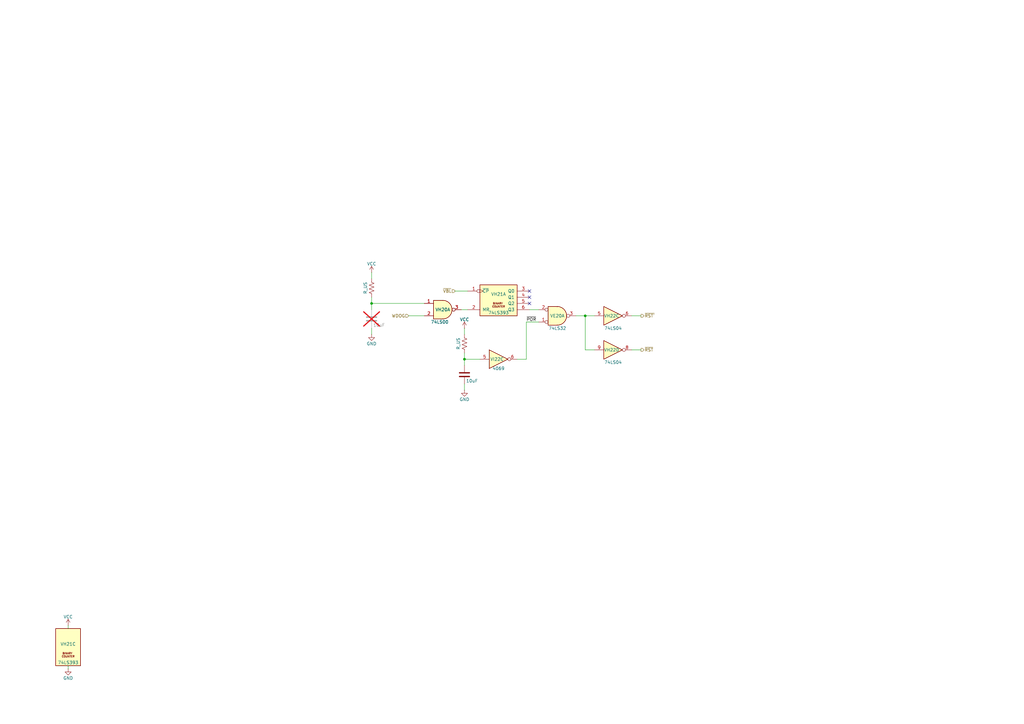
<source format=kicad_sch>
(kicad_sch (version 20231120) (generator "eeschema") (generator_version "8.0")
  (paper "A3")
  (title_block (title "Watchdog Circuit") (date "2024-10-12") (company "JOTEGO") (comment 1 "Jose Tejada"))
  (lib_symbols
    (symbol "4xxx:4069" (pin_names (offset 1.016))
      (property "Reference" "U" (at 0 1.27 0))
      (property "Value" "4069" (at 0 -1.27 0))
      (symbol "4069_1_0"
        (polyline (pts (xy -3.81 3.81) (xy -3.81 -3.81) (xy 3.81 0) (xy -3.81 3.81)) (stroke (width 0.254)) (fill (type background)))
        (pin input line (at -7.62 0 0) (length 3.81) (name "~") (number "1"))
        (pin output inverted (at 7.62 0 180) (length 3.81) (name "~") (number "2"))
      )
      (symbol "4069_2_0"
        (polyline (pts (xy -3.81 3.81) (xy -3.81 -3.81) (xy 3.81 0) (xy -3.81 3.81)) (stroke (width 0.254)) (fill (type background)))
        (pin input line (at -7.62 0 0) (length 3.81) (name "~") (number "3"))
        (pin output inverted (at 7.62 0 180) (length 3.81) (name "~") (number "4"))
      )
      (symbol "4069_3_0"
        (polyline (pts (xy -3.81 3.81) (xy -3.81 -3.81) (xy 3.81 0) (xy -3.81 3.81)) (stroke (width 0.254)) (fill (type background)))
        (pin input line (at -7.62 0 0) (length 3.81) (name "~") (number "5"))
        (pin output inverted (at 7.62 0 180) (length 3.81) (name "~") (number "6"))
      )
      (symbol "4069_4_0"
        (polyline (pts (xy -3.81 3.81) (xy -3.81 -3.81) (xy 3.81 0) (xy -3.81 3.81)) (stroke (width 0.254)) (fill (type background)))
        (pin output inverted (at 7.62 0 180) (length 3.81) (name "~") (number "8"))
        (pin input line (at -7.62 0 0) (length 3.81) (name "~") (number "9"))
      )
      (symbol "4069_5_0"
        (polyline (pts (xy -3.81 3.81) (xy -3.81 -3.81) (xy 3.81 0) (xy -3.81 3.81)) (stroke (width 0.254)) (fill (type background)))
        (pin output inverted (at 7.62 0 180) (length 3.81) (name "~") (number "10"))
        (pin input line (at -7.62 0 0) (length 3.81) (name "~") (number "11"))
      )
      (symbol "4069_6_0"
        (polyline (pts (xy -3.81 3.81) (xy -3.81 -3.81) (xy 3.81 0) (xy -3.81 3.81)) (stroke (width 0.254)) (fill (type background)))
        (pin output inverted (at 7.62 0 180) (length 3.81) (name "~") (number "12"))
        (pin input line (at -7.62 0 0) (length 3.81) (name "~") (number "13"))
      )
      (symbol "4069_7_0"
        (pin power_in line (at 0 12.7 270) (length 5.08) (name "VDD") (number "14"))
        (pin power_in line (at 0 -12.7 90) (length 5.08) (name "VSS") (number "7"))
      )
      (symbol "4069_7_1"
        (rectangle (start -5.08 7.62) (end 5.08 -7.62) (stroke (width 0.254)) (fill (type background)))
      )
    )
    (symbol "Device:C" (pin_numbers hide) (pin_names (offset 0.254))
      (property "Reference" "C" (at 0.635 2.54 0))
      (property "Value" "C" (at 0.635 -2.54 0))
      (symbol "C_0_1"
        (polyline (pts (xy -2.032 -0.762) (xy 2.032 -0.762)) (stroke (width 0.508)))
        (polyline (pts (xy -2.032 0.762) (xy 2.032 0.762)) (stroke (width 0.508)))
      )
      (symbol "C_1_1"
        (pin passive line (at 0 3.81 270) (length 2.794) (name "~") (number "1"))
        (pin passive line (at 0 -3.81 90) (length 2.794) (name "~") (number "2"))
      )
    )
    (symbol "Device:R_US" (pin_numbers hide) (pin_names (offset 0))
      (property "Reference" "R" (at 2.54 0 90))
      (property "Value" "R_US" (at -2.54 0 90))
      (symbol "R_US_0_1"
        (polyline (pts (xy 0 -2.286) (xy 0 -2.54)))
        (polyline (pts (xy 0 2.286) (xy 0 2.54)))
        (polyline (pts (xy 0 -0.762) (xy 1.016 -1.143) (xy 0 -1.524) (xy -1.016 -1.905) (xy 0 -2.286)))
        (polyline (pts (xy 0 0.762) (xy 1.016 0.381) (xy 0 0) (xy -1.016 -0.381) (xy 0 -0.762)))
        (polyline (pts (xy 0 2.286) (xy 1.016 1.905) (xy 0 1.524) (xy -1.016 1.143) (xy 0 0.762)))
      )
      (symbol "R_US_1_1"
        (pin passive line (at 0 3.81 270) (length 1.27) (name "~") (number "1"))
        (pin passive line (at 0 -3.81 90) (length 1.27) (name "~") (number "2"))
      )
    )
    (symbol "jt74:74LS00" (pin_names (offset 1.016))
      (property "Reference" "U" (at 0 1.27 0))
      (property "Value" "74LS00" (at 0 -1.27 0))
      (symbol "74LS00_1_1"
        (arc (start 0 -3.81) (mid 3.7934 0) (end 0 3.81) (stroke (width 0.254)) (fill (type background)))
        (polyline (pts (xy 0 3.81) (xy -3.81 3.81) (xy -3.81 -3.81) (xy 0 -3.81)) (stroke (width 0.254)) (fill (type background)))
        (pin input line (at -7.62 2.54 0) (length 3.81) (name "~") (number "1"))
        (pin input line (at -7.62 -2.54 0) (length 3.81) (name "~") (number "2"))
        (pin output inverted (at 7.62 0 180) (length 3.81) (name "~") (number "3"))
      )
      (symbol "74LS00_1_2"
        (arc (start -3.81 -3.81) (mid -2.589 0) (end -3.81 3.81) (stroke (width 0.254)))
        (arc (start -0.6096 -3.81) (mid 2.1842 -2.5851) (end 3.81 0) (stroke (width 0.254)) (fill (type background)))
        (polyline (pts (xy -3.81 -3.81) (xy -0.635 -3.81)) (stroke (width 0.254)) (fill (type background)))
        (polyline (pts (xy -3.81 3.81) (xy -0.635 3.81)) (stroke (width 0.254)) (fill (type background)))
        (polyline (pts (xy -0.635 3.81) (xy -3.81 3.81) (xy -3.81 3.81) (xy -3.556 3.4036) (xy -3.0226 2.2606) (xy -2.6924 1.0414) (xy -2.6162 -0.254) (xy -2.7686 -1.4986) (xy -3.175 -2.7178) (xy -3.81 -3.81) (xy -3.81 -3.81) (xy -0.635 -3.81)) (stroke (width -25.4)) (fill (type background)))
        (arc (start 3.81 0) (mid 2.1915 2.5936) (end -0.6096 3.81) (stroke (width 0.254)) (fill (type background)))
        (pin input inverted (at -7.62 2.54 0) (length 4.318) (name "~") (number "1"))
        (pin input inverted (at -7.62 -2.54 0) (length 4.318) (name "~") (number "2"))
        (pin output line (at 7.62 0 180) (length 3.81) (name "~") (number "3"))
      )
      (symbol "74LS00_2_1"
        (arc (start 0 -3.81) (mid 3.7934 0) (end 0 3.81) (stroke (width 0.254)) (fill (type background)))
        (polyline (pts (xy 0 3.81) (xy -3.81 3.81) (xy -3.81 -3.81) (xy 0 -3.81)) (stroke (width 0.254)) (fill (type background)))
        (pin input line (at -7.62 2.54 0) (length 3.81) (name "~") (number "4"))
        (pin input line (at -7.62 -2.54 0) (length 3.81) (name "~") (number "5"))
        (pin output inverted (at 7.62 0 180) (length 3.81) (name "~") (number "6"))
      )
      (symbol "74LS00_2_2"
        (arc (start -3.81 -3.81) (mid -2.589 0) (end -3.81 3.81) (stroke (width 0.254)))
        (arc (start -0.6096 -3.81) (mid 2.1842 -2.5851) (end 3.81 0) (stroke (width 0.254)) (fill (type background)))
        (polyline (pts (xy -3.81 -3.81) (xy -0.635 -3.81)) (stroke (width 0.254)) (fill (type background)))
        (polyline (pts (xy -3.81 3.81) (xy -0.635 3.81)) (stroke (width 0.254)) (fill (type background)))
        (polyline (pts (xy -0.635 3.81) (xy -3.81 3.81) (xy -3.81 3.81) (xy -3.556 3.4036) (xy -3.0226 2.2606) (xy -2.6924 1.0414) (xy -2.6162 -0.254) (xy -2.7686 -1.4986) (xy -3.175 -2.7178) (xy -3.81 -3.81) (xy -3.81 -3.81) (xy -0.635 -3.81)) (stroke (width -25.4)) (fill (type background)))
        (arc (start 3.81 0) (mid 2.1915 2.5936) (end -0.6096 3.81) (stroke (width 0.254)) (fill (type background)))
        (pin input inverted (at -7.62 2.54 0) (length 4.318) (name "~") (number "4"))
        (pin input inverted (at -7.62 -2.54 0) (length 4.318) (name "~") (number "5"))
        (pin output line (at 7.62 0 180) (length 3.81) (name "~") (number "6"))
      )
      (symbol "74LS00_3_1"
        (arc (start 0 -3.81) (mid 3.7934 0) (end 0 3.81) (stroke (width 0.254)) (fill (type background)))
        (polyline (pts (xy 0 3.81) (xy -3.81 3.81) (xy -3.81 -3.81) (xy 0 -3.81)) (stroke (width 0.254)) (fill (type background)))
        (pin input line (at -7.62 -2.54 0) (length 3.81) (name "~") (number "10"))
        (pin output inverted (at 7.62 0 180) (length 3.81) (name "~") (number "8"))
        (pin input line (at -7.62 2.54 0) (length 3.81) (name "~") (number "9"))
      )
      (symbol "74LS00_3_2"
        (arc (start -3.81 -3.81) (mid -2.589 0) (end -3.81 3.81) (stroke (width 0.254)))
        (arc (start -0.6096 -3.81) (mid 2.1842 -2.5851) (end 3.81 0) (stroke (width 0.254)) (fill (type background)))
        (polyline (pts (xy -3.81 -3.81) (xy -0.635 -3.81)) (stroke (width 0.254)) (fill (type background)))
        (polyline (pts (xy -3.81 3.81) (xy -0.635 3.81)) (stroke (width 0.254)) (fill (type background)))
        (polyline (pts (xy -0.635 3.81) (xy -3.81 3.81) (xy -3.81 3.81) (xy -3.556 3.4036) (xy -3.0226 2.2606) (xy -2.6924 1.0414) (xy -2.6162 -0.254) (xy -2.7686 -1.4986) (xy -3.175 -2.7178) (xy -3.81 -3.81) (xy -3.81 -3.81) (xy -0.635 -3.81)) (stroke (width -25.4)) (fill (type background)))
        (arc (start 3.81 0) (mid 2.1915 2.5936) (end -0.6096 3.81) (stroke (width 0.254)) (fill (type background)))
        (pin input inverted (at -7.62 -2.54 0) (length 4.318) (name "~") (number "10"))
        (pin output line (at 7.62 0 180) (length 3.81) (name "~") (number "8"))
        (pin input inverted (at -7.62 2.54 0) (length 4.318) (name "~") (number "9"))
      )
      (symbol "74LS00_4_1"
        (arc (start 0 -3.81) (mid 3.7934 0) (end 0 3.81) (stroke (width 0.254)) (fill (type background)))
        (polyline (pts (xy 0 3.81) (xy -3.81 3.81) (xy -3.81 -3.81) (xy 0 -3.81)) (stroke (width 0.254)) (fill (type background)))
        (pin output inverted (at 7.62 0 180) (length 3.81) (name "~") (number "11"))
        (pin input line (at -7.62 2.54 0) (length 3.81) (name "~") (number "12"))
        (pin input line (at -7.62 -2.54 0) (length 3.81) (name "~") (number "13"))
      )
      (symbol "74LS00_4_2"
        (arc (start -3.81 -3.81) (mid -2.589 0) (end -3.81 3.81) (stroke (width 0.254)))
        (arc (start -0.6096 -3.81) (mid 2.1842 -2.5851) (end 3.81 0) (stroke (width 0.254)) (fill (type background)))
        (polyline (pts (xy -3.81 -3.81) (xy -0.635 -3.81)) (stroke (width 0.254)) (fill (type background)))
        (polyline (pts (xy -3.81 3.81) (xy -0.635 3.81)) (stroke (width 0.254)) (fill (type background)))
        (polyline (pts (xy -0.635 3.81) (xy -3.81 3.81) (xy -3.81 3.81) (xy -3.556 3.4036) (xy -3.0226 2.2606) (xy -2.6924 1.0414) (xy -2.6162 -0.254) (xy -2.7686 -1.4986) (xy -3.175 -2.7178) (xy -3.81 -3.81) (xy -3.81 -3.81) (xy -0.635 -3.81)) (stroke (width -25.4)) (fill (type background)))
        (arc (start 3.81 0) (mid 2.1915 2.5936) (end -0.6096 3.81) (stroke (width 0.254)) (fill (type background)))
        (pin output line (at 7.62 0 180) (length 3.81) (name "~") (number "11"))
        (pin input inverted (at -7.62 2.54 0) (length 4.318) (name "~") (number "12"))
        (pin input inverted (at -7.62 -2.54 0) (length 4.318) (name "~") (number "13"))
      )
      (symbol "74LS00_5_0"
        (pin power_in line (at 0 7.62 270) (length 5.08) hide (name "VCC") (number "14"))
        (pin power_in line (at 0 -7.62 90) (length 5.08) hide (name "VSS") (number "7"))
      )
      (symbol "74LS00_5_1"
        (rectangle (start -5.08 7.62) (end 5.08 -7.62) (stroke (width 0.254)) (fill (type background)))
        (text "+" (at 0 6.35 0) (effects (font (size 1.27 1.27))))
      )
    )
    (symbol "jt74:74LS04" (pin_names (offset 1.016))
      (property "Reference" "U" (at 0 1.27 0))
      (property "Value" "74LS04" (at 0 -1.27 0))
      (symbol "74LS04_1_0"
        (polyline (pts (xy -3.81 3.81) (xy -3.81 -3.81) (xy 3.81 0) (xy -3.81 3.81)) (stroke (width 0.254)) (fill (type background)))
        (pin input line (at -7.62 0 0) (length 3.81) (name "~") (number "1"))
        (pin output inverted (at 7.62 0 180) (length 3.81) (name "~") (number "2"))
      )
      (symbol "74LS04_2_0"
        (polyline (pts (xy -3.81 3.81) (xy -3.81 -3.81) (xy 3.81 0) (xy -3.81 3.81)) (stroke (width 0.254)) (fill (type background)))
        (pin input line (at -7.62 0 0) (length 3.81) (name "~") (number "3"))
        (pin output inverted (at 7.62 0 180) (length 3.81) (name "~") (number "4"))
      )
      (symbol "74LS04_3_0"
        (polyline (pts (xy -3.81 3.81) (xy -3.81 -3.81) (xy 3.81 0) (xy -3.81 3.81)) (stroke (width 0.254)) (fill (type background)))
        (pin input line (at -7.62 0 0) (length 3.81) (name "~") (number "5"))
        (pin output inverted (at 7.62 0 180) (length 3.81) (name "~") (number "6"))
      )
      (symbol "74LS04_4_0"
        (polyline (pts (xy -3.81 3.81) (xy -3.81 -3.81) (xy 3.81 0) (xy -3.81 3.81)) (stroke (width 0.254)) (fill (type background)))
        (pin output inverted (at 7.62 0 180) (length 3.81) (name "~") (number "8"))
        (pin input line (at -7.62 0 0) (length 3.81) (name "~") (number "9"))
      )
      (symbol "74LS04_5_0"
        (polyline (pts (xy -3.81 3.81) (xy -3.81 -3.81) (xy 3.81 0) (xy -3.81 3.81)) (stroke (width 0.254)) (fill (type background)))
        (pin output inverted (at 7.62 0 180) (length 3.81) (name "~") (number "10"))
        (pin input line (at -7.62 0 0) (length 3.81) (name "~") (number "11"))
      )
      (symbol "74LS04_6_0"
        (polyline (pts (xy -3.81 3.81) (xy -3.81 -3.81) (xy 3.81 0) (xy -3.81 3.81)) (stroke (width 0.254)) (fill (type background)))
        (pin output inverted (at 7.62 0 180) (length 3.81) (name "~") (number "12"))
        (pin input line (at -7.62 0 0) (length 3.81) (name "~") (number "13"))
      )
      (symbol "74LS04_7_0"
        (pin power_in line (at 0 7.62 270) (length 5.08) hide (name "VCC") (number "14"))
        (pin power_in line (at 0 -7.62 90) (length 5.08) hide (name "VSS") (number "7"))
      )
      (symbol "74LS04_7_1"
        (rectangle (start -5.08 7.62) (end 5.08 -7.62) (stroke (width 0.254)) (fill (type background)))
        (text "+" (at 0 6.35 0) (effects (font (size 1.27 1.27))))
      )
    )
    (symbol "jt74:74LS32" (pin_names (offset 1.016))
      (property "Reference" "U" (at 0 1.27 0))
      (property "Value" "74LS32" (at 0 -1.27 0))
      (symbol "74LS32_1_1"
        (arc (start -3.81 -3.81) (mid -2.589 0) (end -3.81 3.81) (stroke (width 0.254)))
        (arc (start -0.6096 -3.81) (mid 2.1842 -2.5851) (end 3.81 0) (stroke (width 0.254)) (fill (type background)))
        (polyline (pts (xy -3.81 -3.81) (xy -0.635 -3.81)) (stroke (width 0.254)) (fill (type background)))
        (polyline (pts (xy -3.81 3.81) (xy -0.635 3.81)) (stroke (width 0.254)) (fill (type background)))
        (polyline (pts (xy -0.635 3.81) (xy -3.81 3.81) (xy -3.81 3.81) (xy -3.556 3.4036) (xy -3.0226 2.2606) (xy -2.6924 1.0414) (xy -2.6162 -0.254) (xy -2.7686 -1.4986) (xy -3.175 -2.7178) (xy -3.81 -3.81) (xy -3.81 -3.81) (xy -0.635 -3.81)) (stroke (width -25.4)) (fill (type background)))
        (arc (start 3.81 0) (mid 2.1915 2.5936) (end -0.6096 3.81) (stroke (width 0.254)) (fill (type background)))
        (pin input line (at -7.62 2.54 0) (length 4.318) (name "~") (number "1"))
        (pin input line (at -7.62 -2.54 0) (length 4.318) (name "~") (number "2"))
        (pin output line (at 7.62 0 180) (length 3.81) (name "~") (number "3"))
      )
      (symbol "74LS32_1_2"
        (arc (start 0 -3.81) (mid 3.7934 0) (end 0 3.81) (stroke (width 0.254)) (fill (type background)))
        (polyline (pts (xy 0 3.81) (xy -3.81 3.81) (xy -3.81 -3.81) (xy 0 -3.81)) (stroke (width 0.254)) (fill (type background)))
        (pin input inverted (at -7.62 2.54 0) (length 3.81) (name "~") (number "1"))
        (pin input inverted (at -7.62 -2.54 0) (length 3.81) (name "~") (number "2"))
        (pin output inverted (at 7.62 0 180) (length 3.81) (name "~") (number "3"))
      )
      (symbol "74LS32_2_1"
        (arc (start -3.81 -3.81) (mid -2.589 0) (end -3.81 3.81) (stroke (width 0.254)))
        (arc (start -0.6096 -3.81) (mid 2.1842 -2.5851) (end 3.81 0) (stroke (width 0.254)) (fill (type background)))
        (polyline (pts (xy -3.81 -3.81) (xy -0.635 -3.81)) (stroke (width 0.254)) (fill (type background)))
        (polyline (pts (xy -3.81 3.81) (xy -0.635 3.81)) (stroke (width 0.254)) (fill (type background)))
        (polyline (pts (xy -0.635 3.81) (xy -3.81 3.81) (xy -3.81 3.81) (xy -3.556 3.4036) (xy -3.0226 2.2606) (xy -2.6924 1.0414) (xy -2.6162 -0.254) (xy -2.7686 -1.4986) (xy -3.175 -2.7178) (xy -3.81 -3.81) (xy -3.81 -3.81) (xy -0.635 -3.81)) (stroke (width -25.4)) (fill (type background)))
        (arc (start 3.81 0) (mid 2.1915 2.5936) (end -0.6096 3.81) (stroke (width 0.254)) (fill (type background)))
        (pin input line (at -7.62 2.54 0) (length 4.318) (name "~") (number "4"))
        (pin input line (at -7.62 -2.54 0) (length 4.318) (name "~") (number "5"))
        (pin output line (at 7.62 0 180) (length 3.81) (name "~") (number "6"))
      )
      (symbol "74LS32_2_2"
        (arc (start 0 -3.81) (mid 3.7934 0) (end 0 3.81) (stroke (width 0.254)) (fill (type background)))
        (polyline (pts (xy 0 3.81) (xy -3.81 3.81) (xy -3.81 -3.81) (xy 0 -3.81)) (stroke (width 0.254)) (fill (type background)))
        (pin input inverted (at -7.62 2.54 0) (length 3.81) (name "~") (number "4"))
        (pin input inverted (at -7.62 -2.54 0) (length 3.81) (name "~") (number "5"))
        (pin output inverted (at 7.62 0 180) (length 3.81) (name "~") (number "6"))
      )
      (symbol "74LS32_3_1"
        (arc (start -3.81 -3.81) (mid -2.589 0) (end -3.81 3.81) (stroke (width 0.254)))
        (arc (start -0.6096 -3.81) (mid 2.1842 -2.5851) (end 3.81 0) (stroke (width 0.254)) (fill (type background)))
        (polyline (pts (xy -3.81 -3.81) (xy -0.635 -3.81)) (stroke (width 0.254)) (fill (type background)))
        (polyline (pts (xy -3.81 3.81) (xy -0.635 3.81)) (stroke (width 0.254)) (fill (type background)))
        (polyline (pts (xy -0.635 3.81) (xy -3.81 3.81) (xy -3.81 3.81) (xy -3.556 3.4036) (xy -3.0226 2.2606) (xy -2.6924 1.0414) (xy -2.6162 -0.254) (xy -2.7686 -1.4986) (xy -3.175 -2.7178) (xy -3.81 -3.81) (xy -3.81 -3.81) (xy -0.635 -3.81)) (stroke (width -25.4)) (fill (type background)))
        (arc (start 3.81 0) (mid 2.1915 2.5936) (end -0.6096 3.81) (stroke (width 0.254)) (fill (type background)))
        (pin input line (at -7.62 -2.54 0) (length 4.318) (name "~") (number "10"))
        (pin output line (at 7.62 0 180) (length 3.81) (name "~") (number "8"))
        (pin input line (at -7.62 2.54 0) (length 4.318) (name "~") (number "9"))
      )
      (symbol "74LS32_3_2"
        (arc (start 0 -3.81) (mid 3.7934 0) (end 0 3.81) (stroke (width 0.254)) (fill (type background)))
        (polyline (pts (xy 0 3.81) (xy -3.81 3.81) (xy -3.81 -3.81) (xy 0 -3.81)) (stroke (width 0.254)) (fill (type background)))
        (pin input inverted (at -7.62 -2.54 0) (length 3.81) (name "~") (number "10"))
        (pin output inverted (at 7.62 0 180) (length 3.81) (name "~") (number "8"))
        (pin input inverted (at -7.62 2.54 0) (length 3.81) (name "~") (number "9"))
      )
      (symbol "74LS32_4_1"
        (arc (start -3.81 -3.81) (mid -2.589 0) (end -3.81 3.81) (stroke (width 0.254)))
        (arc (start -0.6096 -3.81) (mid 2.1842 -2.5851) (end 3.81 0) (stroke (width 0.254)) (fill (type background)))
        (polyline (pts (xy -3.81 -3.81) (xy -0.635 -3.81)) (stroke (width 0.254)) (fill (type background)))
        (polyline (pts (xy -3.81 3.81) (xy -0.635 3.81)) (stroke (width 0.254)) (fill (type background)))
        (polyline (pts (xy -0.635 3.81) (xy -3.81 3.81) (xy -3.81 3.81) (xy -3.556 3.4036) (xy -3.0226 2.2606) (xy -2.6924 1.0414) (xy -2.6162 -0.254) (xy -2.7686 -1.4986) (xy -3.175 -2.7178) (xy -3.81 -3.81) (xy -3.81 -3.81) (xy -0.635 -3.81)) (stroke (width -25.4)) (fill (type background)))
        (arc (start 3.81 0) (mid 2.1915 2.5936) (end -0.6096 3.81) (stroke (width 0.254)) (fill (type background)))
        (pin output line (at 7.62 0 180) (length 3.81) (name "~") (number "11"))
        (pin input line (at -7.62 2.54 0) (length 4.318) (name "~") (number "12"))
        (pin input line (at -7.62 -2.54 0) (length 4.318) (name "~") (number "13"))
      )
      (symbol "74LS32_4_2"
        (arc (start 0 -3.81) (mid 3.7934 0) (end 0 3.81) (stroke (width 0.254)) (fill (type background)))
        (polyline (pts (xy 0 3.81) (xy -3.81 3.81) (xy -3.81 -3.81) (xy 0 -3.81)) (stroke (width 0.254)) (fill (type background)))
        (pin output inverted (at 7.62 0 180) (length 3.81) (name "~") (number "11"))
        (pin input inverted (at -7.62 2.54 0) (length 3.81) (name "~") (number "12"))
        (pin input inverted (at -7.62 -2.54 0) (length 3.81) (name "~") (number "13"))
      )
      (symbol "74LS32_5_0"
        (pin power_in line (at 0 7.62 270) (length 5.08) hide (name "VCC") (number "14"))
        (pin power_in line (at 0 -7.62 90) (length 5.08) hide (name "VSS") (number "7"))
      )
      (symbol "74LS32_5_1"
        (rectangle (start -5.08 7.62) (end 5.08 -7.62) (stroke (width 0.254)) (fill (type background)))
        (text "+" (at 0 6.35 0) (effects (font (size 1.27 1.27))))
      )
    )
    (symbol "jt74:74LS393" (pin_names (offset 1.016))
      (property "Reference" "U" (at 0 1.27 0))
      (property "Value" "74LS393" (at 0 -6.35 0))
      (symbol "74LS393_0_0"
        (text "BINARY " (at 0 -2.54 0) (effects (font (size 0.762 0.762))))
        (text "COUNTER" (at 0 -3.81 0) (effects (font (size 0.762 0.762))))
      )
      (symbol "74LS393_1_0"
        (pin input inverted_clock (at -12.7 2.54 0) (length 5.08) (name "~{CP}") (number "1"))
        (pin input line (at -12.7 -5.08 0) (length 5.08) (name "MR") (number "2"))
        (pin output line (at 12.7 2.54 180) (length 5.08) (name "Q0") (number "3"))
        (pin output line (at 12.7 0 180) (length 5.08) (name "Q1") (number "4"))
        (pin output line (at 12.7 -2.54 180) (length 5.08) (name "Q2") (number "5"))
        (pin output line (at 12.7 -5.08 180) (length 5.08) (name "Q3") (number "6"))
      )
      (symbol "74LS393_1_1"
        (rectangle (start -7.62 5.08) (end 7.62 -7.62) (stroke (width 0.254)) (fill (type background)))
      )
      (symbol "74LS393_2_0"
        (pin output line (at 12.7 0 180) (length 5.08) (name "Q1") (number "10"))
        (pin output line (at 12.7 2.54 180) (length 5.08) (name "Q0") (number "11"))
        (pin input line (at -12.7 -5.08 0) (length 5.08) (name "MR") (number "12"))
        (pin input inverted_clock (at -12.7 2.54 0) (length 5.08) (name "~{CP}") (number "13"))
        (pin output line (at 12.7 -5.08 180) (length 5.08) (name "Q3") (number "8"))
        (pin output line (at 12.7 -2.54 180) (length 5.08) (name "Q2") (number "9"))
      )
      (symbol "74LS393_2_1"
        (rectangle (start -7.62 5.08) (end 7.62 -7.62) (stroke (width 0.254)) (fill (type background)))
      )
      (symbol "74LS393_3_0"
        (pin power_in line (at 0 7.62 270) (length 5.08) hide (name "VCC") (number "14"))
        (pin power_in line (at 0 -7.62 90) (length 5.08) hide (name "VSS") (number "7"))
      )
      (symbol "74LS393_3_1"
        (rectangle (start -5.08 7.62) (end 5.08 -7.62) (stroke (width 0.254)) (fill (type background)))
      )
    )
    (symbol "power:GND" (power) (pin_numbers hide) (pin_names (offset 0) hide)
      (property "Value" "GND" (at 0 -3.81 0))
      (symbol "GND_0_1"
        (polyline (pts (xy 0 0) (xy 0 -1.27) (xy 1.27 -1.27) (xy 0 -2.54) (xy -1.27 -1.27) (xy 0 -1.27)))
      )
      (symbol "GND_1_1"
        (pin power_in line (at 0 0 270) (length 0) (name "~") (number "1"))
      )
    )
    (symbol "power:VCC" (power) (pin_numbers hide) (pin_names (offset 0) hide)
      (property "Value" "VCC" (at 0 3.556 0))
      (symbol "VCC_0_1"
        (polyline (pts (xy -0.762 1.27) (xy 0 2.54)))
        (polyline (pts (xy 0 0) (xy 0 2.54)))
        (polyline (pts (xy 0 2.54) (xy 0.762 1.27)))
      )
      (symbol "VCC_1_1"
        (pin power_in line (at 0 0 90) (length 0) (name "~") (number "1"))
      )
    )
  )
  (junction (at 190.5 147.32))
  (junction (at 240.03 129.54))
  (junction (at 152.4 124.46))
  (no_connect (at 217.17 119.38))
  (no_connect (at 217.17 124.46))
  (no_connect (at 217.17 121.92))
  (wire (pts (xy 240.03 129.54) (xy 240.03 143.51)))
  (wire (pts (xy 152.4 127) (xy 152.4 124.46)))
  (wire (pts (xy 190.5 157.48) (xy 190.5 160.02)))
  (wire (pts (xy 215.9 147.32) (xy 215.9 132.08)))
  (wire (pts (xy 190.5 144.78) (xy 190.5 147.32)))
  (wire (pts (xy 190.5 147.32) (xy 196.85 147.32)))
  (wire (pts (xy 212.09 147.32) (xy 215.9 147.32)))
  (wire (pts (xy 190.5 134.62) (xy 190.5 137.16)))
  (wire (pts (xy 259.08 143.51) (xy 262.89 143.51)))
  (wire (pts (xy 27.94 273.05) (xy 27.94 274.32)))
  (wire (pts (xy 152.4 111.76) (xy 152.4 114.3)))
  (wire (pts (xy 259.08 129.54) (xy 262.89 129.54)))
  (wire (pts (xy 240.03 143.51) (xy 243.84 143.51)))
  (wire (pts (xy 152.4 134.62) (xy 152.4 137.16)))
  (wire (pts (xy 152.4 121.92) (xy 152.4 124.46)))
  (wire (pts (xy 236.22 129.54) (xy 240.03 129.54)))
  (wire (pts (xy 240.03 129.54) (xy 243.84 129.54)))
  (wire (pts (xy 217.17 127) (xy 220.98 127)))
  (wire (pts (xy 186.69 119.38) (xy 191.77 119.38)))
  (wire (pts (xy 215.9 132.08) (xy 220.98 132.08)))
  (wire (pts (xy 27.94 256.54) (xy 27.94 257.81)))
  (wire (pts (xy 190.5 149.86) (xy 190.5 147.32)))
  (wire (pts (xy 189.23 127) (xy 191.77 127)))
  (wire (pts (xy 152.4 124.46) (xy 173.99 124.46)))
  (wire (pts (xy 167.64 129.54) (xy 173.99 129.54)))
  (label "~{POR}" (at 215.9 132.08 0))
  (hierarchical_label "~{RST}" (shape output) (at 262.89 143.51 0))
  (hierarchical_label "~{RST'}" (shape output) (at 262.89 129.54 0))
  (hierarchical_label "WDOG" (shape input) (at 167.64 129.54 180))
  (hierarchical_label "~{VBL}" (shape input) (at 186.69 119.38 180))
  (symbol (lib_id "Device:R_US") (at 152.4 118.11 0) (unit 1)
    (property "Reference" "RX13" (effects (hide yes)))
    (property "Value" "R_US" (at 149.86 118.11 90))
    (property "Description" "Resistor, US symbol" (effects (hide yes)))
  )
  (symbol (lib_id "jt74:74LS393") (at 204.47 121.92 0) (unit 1)
    (property "Reference" "VH21" (at 204.47 120.65 0))
    (property "Value" "74LS393" (at 204.47 128.27 0))
    (property "Datasheet" "https://html.alldatasheet.com/html-pdf/5724/MOTOROLA/74LS393/258/1/74LS393.html" (effects (hide yes)))
    (property "Description" "Dual BCD 4-bit counter" (effects (hide yes)))
  )
  (symbol (lib_id "Device:R_US") (at 190.5 140.97 0) (unit 1)
    (property "Reference" "RX12" (effects (hide yes)))
    (property "Value" "R_US" (at 187.96 140.97 90))
    (property "Description" "Resistor, US symbol" (effects (hide yes)))
  )
  (symbol (lib_id "4xxx:4069") (at 204.47 147.32 0) (unit 3)
    (property "Reference" "VI22" (at 203.835 147.32 0))
    (property "Value" "4069" (at 204.47 151.13 0))
    (property "Datasheet" "http://www.intersil.com/content/dam/Intersil/documents/cd40/cd4069ubms.pdf" (effects (hide yes)))
    (property "Description" "Hex inverter" (effects (hide yes)))
  )
  (symbol (lib_id "jt74:74LS04") (at 251.46 129.54 0) (unit 3)
    (property "Reference" "VH22" (at 250.825 129.54 0))
    (property "Value" "74LS04" (at 251.46 134.62 0))
    (property "Datasheet" "http://www.ti.com/lit/gpn/sn74LS04" (effects (hide yes)))
    (property "Description" "Hex Inverter" (effects (hide yes)))
  )
  (symbol (lib_id "Device:C") (at 152.4 130.81 0) (unit 1) (dnp yes)
    (property "Reference" "C18" (effects (hide yes)))
    (property "Value" "10uF" (at 153.035 133.35 0) (effects (justify left)))
    (property "Description" "Unpolarized capacitor" (effects (hide yes)))
  )
  (symbol (lib_id "jt74:74LS00") (at 181.61 127 0) (unit 1)
    (property "Reference" "VH20" (at 181.61 127 0))
    (property "Value" "74LS00" (at 180.34 132.08 0))
    (property "Datasheet" "http://www.ti.com/lit/gpn/sn74ls00" (effects (hide yes)))
    (property "Description" "quad 2-input NAND gate" (effects (hide yes)))
  )
  (symbol (lib_id "power:VCC") (at 27.94 256.54 0) (unit 1)
    (property "Reference" "#PWR043" (effects (hide yes)))
    (property "Value" "VCC" (at 27.94 252.984 0))
    (property "Description" "Power symbol creates a global label with name \"VCC\"" (effects (hide yes)))
  )
  (symbol (lib_id "power:VCC") (at 152.4 111.76 0) (unit 1)
    (property "Reference" "#PWR018" (effects (hide yes)))
    (property "Value" "VCC" (at 152.4 108.204 0))
    (property "Description" "Power symbol creates a global label with name \"VCC\"" (effects (hide yes)))
  )
  (symbol (lib_id "jt74:74LS32") (at 228.6 129.54 0) (mirror x) (unit 1) (convert 2)
    (property "Reference" "VE20" (at 228.6 129.54 0))
    (property "Value" "74LS32" (at 228.6 134.62 0))
    (property "Datasheet" "http://www.ti.com/lit/gpn/sn74LS32" (effects (hide yes)))
    (property "Description" "Quad 2-input OR" (effects (hide yes)))
  )
  (symbol (lib_id "jt74:74LS393") (at 27.94 265.43 0) (unit 3)
    (property "Reference" "VH21" (at 27.94 264.16 0))
    (property "Value" "74LS393" (at 27.94 271.78 0))
    (property "Datasheet" "https://html.alldatasheet.com/html-pdf/5724/MOTOROLA/74LS393/258/1/74LS393.html" (effects (hide yes)))
    (property "Description" "Dual BCD 4-bit counter" (effects (hide yes)))
  )
  (symbol (lib_id "power:GND") (at 27.94 274.32 0) (unit 1)
    (property "Reference" "#PWR044" (effects (hide yes)))
    (property "Value" "GND" (at 27.94 278.13 0))
    (property "Description" "Power symbol creates a global label with name \"GND\" , ground" (effects (hide yes)))
  )
  (symbol (lib_id "power:VCC") (at 190.5 134.62 0) (unit 1)
    (property "Reference" "#PWR020" (effects (hide yes)))
    (property "Value" "VCC" (at 190.5 131.064 0))
    (property "Description" "Power symbol creates a global label with name \"VCC\"" (effects (hide yes)))
  )
  (symbol (lib_id "power:GND") (at 190.5 160.02 0) (unit 1)
    (property "Reference" "#PWR021" (effects (hide yes)))
    (property "Value" "GND" (at 190.5 163.83 0))
    (property "Description" "Power symbol creates a global label with name \"GND\" , ground" (effects (hide yes)))
  )
  (symbol (lib_id "Device:C") (at 190.5 153.67 0) (unit 1)
    (property "Reference" "C17" (effects (hide yes)))
    (property "Value" "10uF" (at 191.135 156.21 0) (effects (justify left)))
    (property "Description" "Unpolarized capacitor" (effects (hide yes)))
  )
  (symbol (lib_id "power:GND") (at 152.4 137.16 0) (unit 1)
    (property "Reference" "#PWR019" (effects (hide yes)))
    (property "Value" "GND" (at 152.4 140.97 0))
    (property "Description" "Power symbol creates a global label with name \"GND\" , ground" (effects (hide yes)))
  )
  (symbol (lib_id "jt74:74LS04") (at 251.46 143.51 0) (unit 4)
    (property "Reference" "VH22" (at 250.825 143.51 0))
    (property "Value" "74LS04" (at 251.46 148.59 0))
    (property "Datasheet" "http://www.ti.com/lit/gpn/sn74LS04" (effects (hide yes)))
    (property "Description" "Hex Inverter" (effects (hide yes)))
  )
)
</source>
